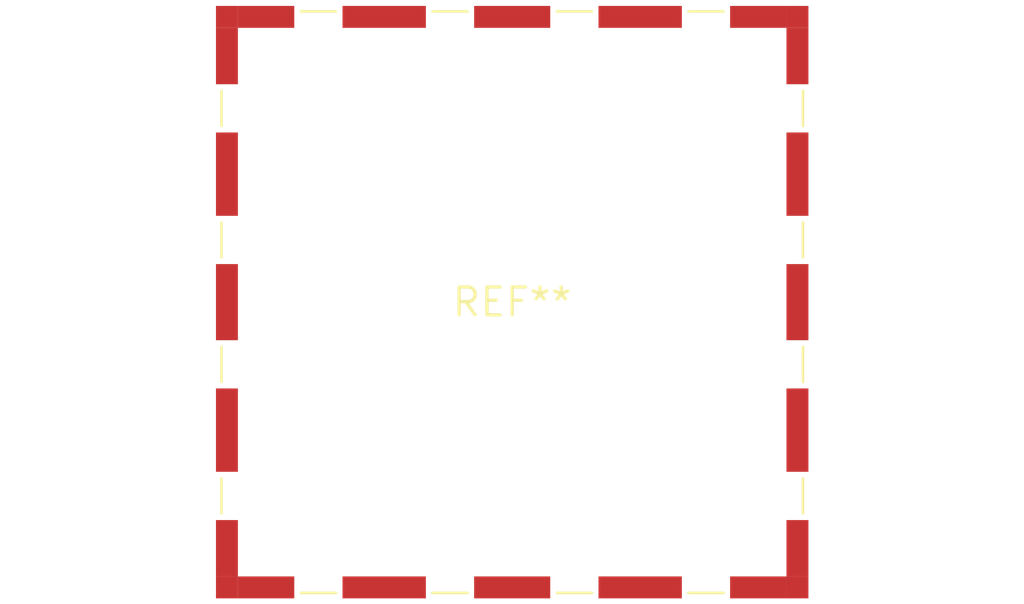
<source format=kicad_pcb>
(kicad_pcb (version 20240108) (generator pcbnew)
  (layers (0 "F.Cu" signal) (31 "B.Cu" signal) (34 "B.Paste" user) (35 "F.Paste" user) (36 "B.SilkS" user "B.Silkscreen") (37 "F.SilkS" user "F.Silkscreen") (38 "B.Mask" user) (39 "F.Mask" user) (44 "Edge.Cuts" user))
  (net 0 "")
  (footprint "Laird_Technologies_BMI-S-103_26.21x26.21mm" (layer "F.Cu") (at 0 0)
    (property "Reference" "REF**")
    (property "Value" "Laird_Technologies_BMI-S-103_26.21x26.21mm")
    (fp_line (start -13.255 -9.635) (end -13.255 -8.035) (layer "F.SilkS") (stroke (width 0.12)))
    (fp_line (start -13.255 -3.635) (end -13.255 -2.035) (layer "F.SilkS") (stroke (width 0.12)))
    (fp_line (start -13.255 2.035) (end -13.255 3.635) (layer "F.SilkS") (stroke (width 0.12)))
    (fp_line (start -13.255 8.035) (end -13.255 9.635) (layer "F.SilkS") (stroke (width 0.12)))
    (fp_line (start -9.635 -13.255) (end -8.035 -13.255) (layer "F.SilkS") (stroke (width 0.12)))
    (fp_line (start -9.635 13.255) (end -8.035 13.255) (layer "F.SilkS") (stroke (width 0.12)))
    (fp_line (start -3.635 -13.255) (end -2.035 -13.255) (layer "F.SilkS") (stroke (width 0.12)))
    (fp_line (start -3.635 13.255) (end -2.035 13.255) (layer "F.SilkS") (stroke (width 0.12)))
    (fp_line (start 2.035 -13.255) (end 3.635 -13.255) (layer "F.SilkS") (stroke (width 0.12)))
    (fp_line (start 2.035 13.255) (end 3.635 13.255) (layer "F.SilkS") (stroke (width 0.12)))
    (fp_line (start 8.035 -13.255) (end 9.635 -13.255) (layer "F.SilkS") (stroke (width 0.12)))
    (fp_line (start 8.035 13.255) (end 9.635 13.255) (layer "F.SilkS") (stroke (width 0.12)))
    (fp_line (start 13.255 -9.635) (end 13.255 -8.035) (layer "F.SilkS") (stroke (width 0.12)))
    (fp_line (start 13.255 -3.635) (end 13.255 -2.035) (layer "F.SilkS") (stroke (width 0.12)))
    (fp_line (start 13.255 2.035) (end 13.255 3.635) (layer "F.SilkS") (stroke (width 0.12)))
    (fp_line (start 13.255 8.035) (end 13.255 9.635) (layer "F.SilkS") (stroke (width 0.12)))
    (pad "1" smd rect (at -13.005 -13.005) (size 1 1) (layers "F.Cu" "F.Paste" "F.Mask"))
    (pad "1" smd rect (at -13.005 -11.22) (size 1 2.57) (layers "F.Cu" "F.Paste" "F.Mask"))
    (pad "1" smd rect (at -13.005 -5.835) (size 1 3.8) (layers "F.Cu" "F.Paste" "F.Mask"))
    (pad "1" smd rect (at -13.005 0) (size 1 3.47) (layers "F.Cu" "F.Paste" "F.Mask"))
    (pad "1" smd rect (at -13.005 5.835) (size 1 3.8) (layers "F.Cu" "F.Paste" "F.Mask"))
    (pad "1" smd rect (at -13.005 11.22) (size 1 2.57) (layers "F.Cu" "F.Paste" "F.Mask"))
    (pad "1" smd rect (at -13.005 13.005) (size 1 1) (layers "F.Cu" "F.Paste" "F.Mask"))
    (pad "1" smd rect (at -11.22 -13.005) (size 2.57 1) (layers "F.Cu" "F.Paste" "F.Mask"))
    (pad "1" smd rect (at -11.22 13.005) (size 2.57 1) (layers "F.Cu" "F.Paste" "F.Mask"))
    (pad "1" smd rect (at -5.835 -13.005) (size 3.8 1) (layers "F.Cu" "F.Paste" "F.Mask"))
    (pad "1" smd rect (at -5.835 13.005) (size 3.8 1) (layers "F.Cu" "F.Paste" "F.Mask"))
    (pad "1" smd rect (at 0 -13.005) (size 3.47 1) (layers "F.Cu" "F.Paste" "F.Mask"))
    (pad "1" smd rect (at 0 13.005) (size 3.47 1) (layers "F.Cu" "F.Paste" "F.Mask"))
    (pad "1" smd rect (at 5.835 -13.005) (size 3.8 1) (layers "F.Cu" "F.Paste" "F.Mask"))
    (pad "1" smd rect (at 5.835 13.005) (size 3.8 1) (layers "F.Cu" "F.Paste" "F.Mask"))
    (pad "1" smd rect (at 11.22 -13.005) (size 2.57 1) (layers "F.Cu" "F.Paste" "F.Mask"))
    (pad "1" smd rect (at 11.22 13.005) (size 2.57 1) (layers "F.Cu" "F.Paste" "F.Mask"))
    (pad "1" smd rect (at 13.005 -13.005) (size 1 1) (layers "F.Cu" "F.Paste" "F.Mask"))
    (pad "1" smd rect (at 13.005 -11.22) (size 1 2.57) (layers "F.Cu" "F.Paste" "F.Mask"))
    (pad "1" smd rect (at 13.005 -5.835) (size 1 3.8) (layers "F.Cu" "F.Paste" "F.Mask"))
    (pad "1" smd rect (at 13.005 0) (size 1 3.47) (layers "F.Cu" "F.Paste" "F.Mask"))
    (pad "1" smd rect (at 13.005 5.835) (size 1 3.8) (layers "F.Cu" "F.Paste" "F.Mask"))
    (pad "1" smd rect (at 13.005 11.22) (size 1 2.57) (layers "F.Cu" "F.Paste" "F.Mask"))
    (pad "1" smd rect (at 13.005 13.005) (size 1 1) (layers "F.Cu" "F.Paste" "F.Mask"))
  )
)
</source>
